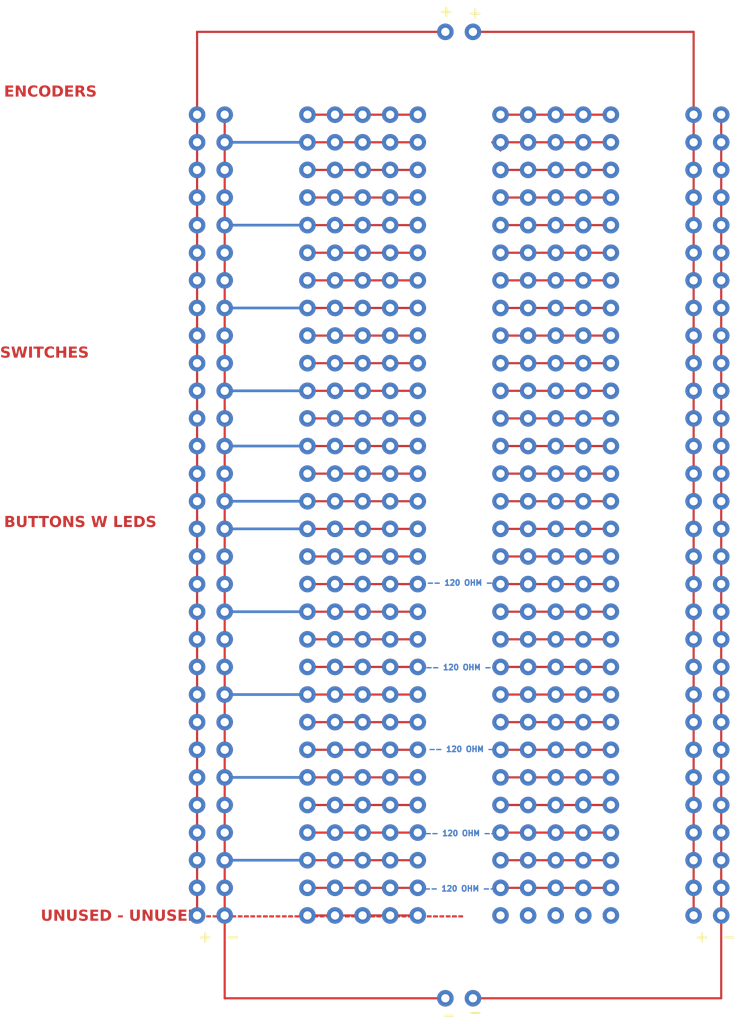
<source format=kicad_pcb>
(kicad_pcb (version 20221018) (generator pcbnew)
  (layers (0 "F.Cu" signal) (31 "B.Cu" signal) (34 "B.Paste" user) (35 "F.Paste" user) (36 "B.SilkS" user "B.Silkscreen") (37 "F.SilkS" user "F.Silkscreen") (38 "B.Mask" user) (39 "F.Mask" user) (44 "Edge.Cuts" user))
  (net 0 "")
  (footprint "RYAN:MCP_BOARD_3" (layer "F.Cu") (at 29.551112 15.633427)
    (fp_text reference "REF**" hide)
    (fp_text value "MCP_BOARD_3" hide)
  )
  (gr_text "UNUSED - UNUSED -----------------------------------------" (at 12.605149 95.030986) (layer "F.Cu") (effects (font (size 1 1) (thickness 0.2) bold) (justify left bottom)))
  (gr_text "-- 120 OHM --" (at 48.26 79.368421) (layer "B.Cu") (effects (font (size 0.5 0.5) (thickness 0.125) bold) (justify left bottom)))
  (gr_text "-- 120 OHM --" (at 47.83005 92.195236) (layer "B.Cu") (effects (font (size 0.5 0.5) (thickness 0.125) bold) (justify left bottom)))
  (gr_text "-- 120 OHM --" (at 47.901709 87.107505) (layer "B.Cu") (effects (font (size 0.5 0.5) (thickness 0.125) bold) (justify left bottom)))
  (gr_text "-- 120 OHM --" (at 47.973367 71.844312) (layer "B.Cu") (effects (font (size 0.5 0.5) (thickness 0.125) bold) (justify left bottom)))
  (gr_text "-- 120 OHM --" (at 48.102709 64.065783) (layer "B.Cu") (effects (font (size 0.5 0.5) (thickness 0.125) bold) (justify left bottom)))
  (segment (start 29.551112 30.873427) (end 37.171112 30.873427) (width 0.25) (layer "B.Cu") (net 0))
  (segment (start 29.551112 89.293427) (end 37.171112 89.293427) (width 0.25) (layer "B.Cu") (net 0))
  (segment (start 37.171112 56.273427) (end 29.551112 56.273427) (width 0.25) (layer "B.Cu") (net 0))
  (segment (start 29.551112 74.053427) (end 37.171112 74.053427) (width 0.25) (layer "B.Cu") (net 0))
  (segment (start 29.551112 38.493427) (end 37.171112 38.493427) (width 0.25) (layer "B.Cu") (net 0))
  (segment (start 37.171112 58.813427) (end 29.551112 58.813427) (width 0.25) (layer "B.Cu") (net 0))
  (segment (start 29.551112 66.433427) (end 37.171112 66.433427) (width 0.25) (layer "B.Cu") (net 0))
  (segment (start 37.171112 51.193427) (end 29.551112 51.193427) (width 0.25) (layer "B.Cu") (net 0))
  (segment (start 37.171112 46.113427) (end 29.551112 46.113427) (width 0.25) (layer "B.Cu") (net 0))
  (segment (start 29.551112 23.253427) (end 37.171112 23.253427) (width 0.25) (layer "B.Cu") (net 0))
  (segment (start 29.551112 81.673427) (end 37.171112 81.673427) (width 0.25) (layer "B.Cu") (net 0))
)
</source>
